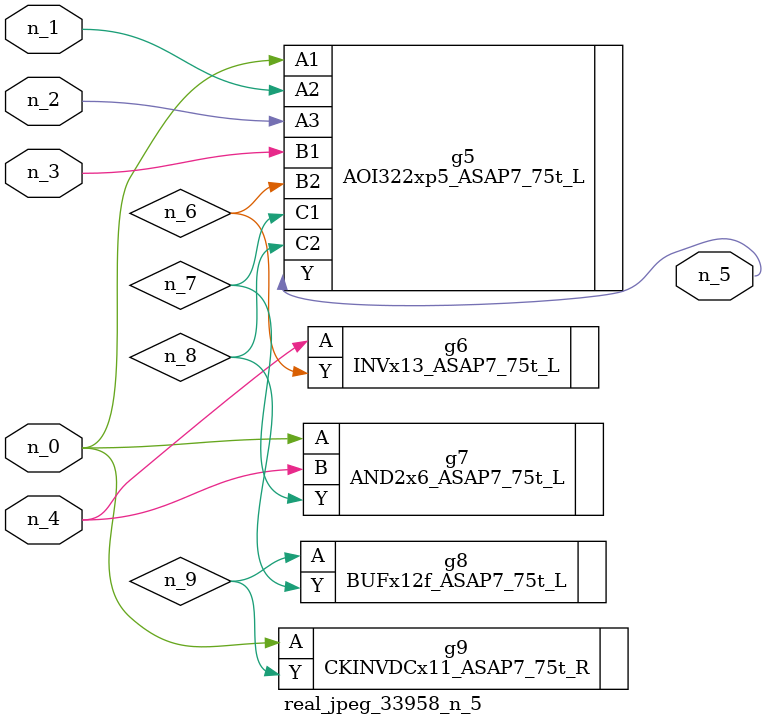
<source format=v>
module real_jpeg_33958_n_5 (n_4, n_0, n_1, n_2, n_3, n_5);

input n_4;
input n_0;
input n_1;
input n_2;
input n_3;

output n_5;

wire n_8;
wire n_6;
wire n_7;
wire n_9;

AOI322xp5_ASAP7_75t_L g5 ( 
.A1(n_0),
.A2(n_1),
.A3(n_2),
.B1(n_3),
.B2(n_6),
.C1(n_7),
.C2(n_8),
.Y(n_5)
);

AND2x6_ASAP7_75t_L g7 ( 
.A(n_0),
.B(n_4),
.Y(n_7)
);

CKINVDCx11_ASAP7_75t_R g9 ( 
.A(n_0),
.Y(n_9)
);

INVx13_ASAP7_75t_L g6 ( 
.A(n_4),
.Y(n_6)
);

BUFx12f_ASAP7_75t_L g8 ( 
.A(n_9),
.Y(n_8)
);


endmodule
</source>
